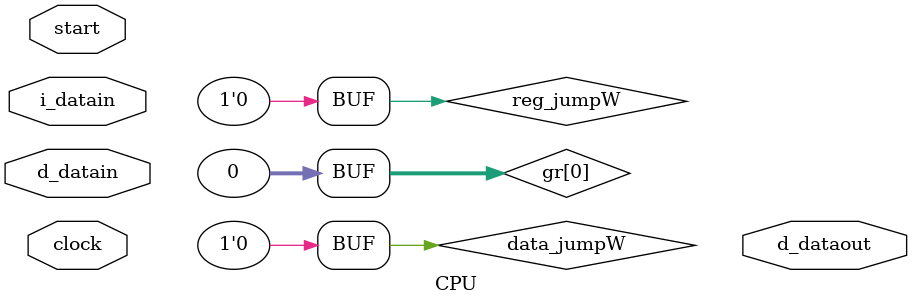
<source format=v>
`timescale 1ns / 1ps


module CPU(
    input wire clock,
    input wire start,
    input [31:0] i_datain,
    input wire [31:0] d_datain,
    output wire [31:0] d_dataout
    );

    reg [31:0]gr[31:0];//[31:0]for 32bit MIPS processor
    reg [15:0]pc = 32'h00000000;

    reg [31:0]instrD;
    reg [31:0]instrE;
    reg [31:0]instrM;
    reg [31:0]instrW;

    reg [31:0]reg_A = 0;
    reg [31:0]reg_B = 0;
    reg [31:0]reg_C = 0;
    reg [31:0]reg_C1 = 0;

    reg [31:0]pcBranch = 0;

    reg [5:0]opcode = 0;
    reg [5:0]func = 0;

    reg [2:0] reg_zonE = 0;
    reg [2:0] reg_zonM = 0;

    reg regWriteD = 0;
    reg regWriteE = 0;
    reg regWriteM = 0;
    reg regWriteW = 0;

    reg regDstD = 0;
    reg regDstE = 0;
    reg regDstM = 0;
    reg regDstW = 0;

    reg [3:0]alu_ctrD;
    reg [3:0]alu_ctrE;

    reg alu_srcD = 0;
    reg alu_srcE = 0;

    reg overflow_signD= 0;
    reg overflow_signE= 0;

    reg reg_jumpD= 0;
    reg reg_jumpE= 0;
    reg reg_jumpM= 0;
    reg reg_jumpW= 0;

    reg data_jumpD= 0;
    reg data_jumpE= 0;
    reg data_jumpM= 0;
    reg data_jumpW= 0;

    reg memToRegD= 0;
    reg memToRegE= 0;
    reg memToRegM= 0;
    reg memToRegW= 0; 

    reg memWriteD= 0;
    reg memWriteE= 0;
    reg memWriteM= 0;

    reg pcSrcM= 0;

    reg branchD= 0;
    reg branchE= 0;
    reg branchM= 0;
    
//add,addi,lw,sw,addu,addiu
parameter alu_add = 4'b0000;
//sub,subu,beq,bne
parameter alu_sub = 4'b0001;
//and,andi
parameter alu_and = 4'b0010;
//nor
parameter alu_nor = 4'b0011;
//or,ori
parameter alu_or = 4'b0100;
//xor
parameter alu_xor = 4'b0101;
//sll,sllv
parameter alu_sll = 4'b0110;
//srl,srlv
parameter alu_srl = 4'b0111;
//sra,srav
parameter alu_sra = 4'b1000;
//slt
parameter alu_slt = 4'b1001;
//j
parameter alu_j = 4'b1010;
//jr
parameter alu_jr = 4'b1011;
//jal
parameter alu_jal = 4'b1100;

always @(start)
    begin
        gr[0] = 32'h0000_0000;
    end

always @(posedge clock)
begin
if ((reg_jumpM==0)&&(pcSrcM==0)&&(data_jumpM==0)&&(i_datain!=0))
begin
pc <= pc + 32'h00000004;
end
else if (data_jumpM == 1)
begin
pc <= instrM[25:0];
end
else if (reg_jumpM == 1)
begin
pc <=gr[instrM[25:21]];
end
else if (pcSrcM == 1)
begin
pcBranch <= instrM[15:0];
pcBranch <= pcBranch << 2;
pcBranch <= {{16{pcBranch[15]}},pcBranch[15:0]};
pc <= pc + pcBranch;
end
end
//decode part
always @(posedge clock)
begin
instrD <= i_datain;
opcode <= instrD[31:26];
func <= instrD[5:0];
//control unit
if (opcode == 6'b000000)
begin
case(func)
//add
6'b100000:
begin
alu_srcD <= 0;
alu_ctrD <= 4'b0000;
overflow_signD <= 1;
branchD <= 0;
memToRegD <= 0;
memWriteD <= 0;
regDstD <= 1;
regWriteD <= 1;
end
//addu
6'b100001:
begin
alu_srcD <= 0;
alu_ctrD <= 4'b0000;
overflow_signD <= 0;
branchD <= 0;
memToRegD <= 0;
memWriteD <= 0;
regDstD <= 1;
regWriteD <= 1;
end
//sub
6'b100010:
begin
alu_srcD <= 0;
alu_ctrD <= 4'b0001;
overflow_signD <= 1;
branchD <= 0;
memToRegD <= 0;
memWriteD <= 0;
regDstD <= 1;
regWriteD <= 1;
end
//subu
6'b100011:
begin
alu_srcD <= 0;
alu_ctrD <= 4'b0001;
overflow_signD <= 0;
branchD <= 0;
memToRegD <= 0;
memWriteD <= 0;
regDstD <= 1;
regWriteD <= 1;
end
//and
6'b100100:
begin
alu_srcD <= 0;
alu_ctrD <= 4'b0010;
branchD <= 0;
memToRegD <= 0;
memWriteD <= 0;
regDstD <= 1;
regWriteD <= 1;
end
//nor
6'b100111:
begin
alu_srcD <= 0;
alu_ctrD <= 4'b0011;
branchD <= 0;
memToRegD <= 0;
memWriteD <= 0;
regDstD <= 1;
regWriteD <= 1;
end
//or
6'b100101:
begin
alu_srcD <= 0;
alu_ctrD <= 4'b0100;
branchD <= 0;
memToRegD <= 0;
memWriteD <= 0;
regDstD <= 1;
regWriteD <= 1;
end
//xor
6'b100110:
begin
alu_srcD <= 0;
alu_ctrD <= 4'b0101;
branchD <= 0;
memToRegD <= 0;
memWriteD <= 0;
regDstD <= 1;
regWriteD <= 1;
end
//slt
6'b101010:
begin
alu_srcD <= 0;
alu_ctrD <= 4'b1001;
branchD <= 0;
memToRegD <= 0;
memWriteD <= 0;
regDstD <= 1;
regWriteD <= 1;
end
//sll
6'b000000:
begin
alu_srcD <= 1;
alu_ctrD <= 4'b0110;
branchD <= 0;
memToRegD <= 0;
memWriteD <= 0;
regDstD <= 1;
regWriteD <= 1;
end
//sllv
6'b000100:
begin
alu_srcD <= 0;
alu_ctrD <= 4'b0110;
branchD <= 0;
memToRegD <= 0;
memWriteD <= 0;
regDstD <= 1;
regWriteD <= 1;
end
//srl
6'b000010:
begin
alu_srcD <= 1;
alu_ctrD <= 4'b0111;
branchD <= 0;
memToRegD <= 0;
memWriteD <= 0;
regDstD <= 1;
regWriteD <= 1;
end
//srlv
6'b000110:
begin
alu_srcD <= 0;
alu_ctrD <= 4'b0111;
branchD <= 0;
memToRegD <= 0;
memWriteD <= 0;
regDstD <= 1;
regWriteD <= 1;
end
//sra
6'b000011:
begin
alu_srcD <= 1;
alu_ctrD <= 4'b1000;
branchD <= 0;
memToRegD <= 0;
memWriteD <= 0;
regDstD <= 1;
regWriteD <= 1;
end
//srav
6'b000111:
begin
alu_srcD <= 0;
alu_ctrD <= 4'b1000;
branchD <= 0;
memToRegD <= 0;
memWriteD <= 0;
regDstD <= 1;
regWriteD <= 1;
end
//jr
6'b001000:
begin
alu_srcD <= 0;
alu_ctrD <= 4'b1011;
branchD <= 0;
memToRegD <= 0;
memWriteD <= 0;
regDstD <= 1;
regWriteD <= 0;
reg_jumpD <= 1;
end
endcase
end
else
begin
case(opcode)
//addi
6'b001000:
begin
alu_srcD <= 1;
alu_ctrD <= 4'b0000;
overflow_signD <= 1;
branchD <= 0;
memToRegD <= 0;
memWriteD <= 0;
regDstD <= 0;
regWriteD <= 1;
end
//addiu
6'b001001:
begin
alu_srcD <= 1;
alu_ctrD <= 4'b0000;
overflow_signD <= 0;
branchD <= 0;
memToRegD <= 0;
memWriteD <= 0;
regDstD <= 0;
regWriteD <= 1;
end
//andi
6'b001100:
begin
alu_srcD <= 1;
alu_ctrD <= 4'b0010;
branchD <= 0;
memToRegD <= 0;
memWriteD <= 0;
regDstD <= 0;
regWriteD <= 1;
end
//ori
6'b001101:
begin
alu_srcD <= 1;
alu_ctrD <= 4'b0100;
branchD <= 0;
memToRegD <= 0;
memWriteD <= 0;
regDstD <= 0;
regWriteD <= 1;
end
//beq
6'b000100:
begin
alu_srcD <= 0;
alu_ctrD <= 4'b0001;
branchD <= 1;
memToRegD <= 0;
memWriteD <= 0;
regDstD <= 0;
regWriteD <= 0;
end
//bne
6'b000101:
begin
alu_srcD <= 0;
alu_ctrD <= 4'b0001;
branchD <= 1;
memToRegD <= 0;
memWriteD <= 0;
regDstD <= 0;
regWriteD <= 0;
end
//lw
6'b100011:
begin
alu_srcD <= 1;
alu_ctrD <= 4'b0000;
branchD <= 0;
memToRegD <= 1;
memWriteD <= 0;
regDstD <= 0;
regWriteD <= 1;
end
//sw
6'b101011:
begin
alu_srcD <= 1;
alu_ctrD <= 4'b0000;
branchD <= 0;
memToRegD <= 0;
memWriteD <= 0;
regDstD <= 0;
regWriteD <= 0;
end
//j
6'b000010:
begin
alu_srcD <= 0;
alu_ctrD <= 4'b1010;
branchD <= 0;
memToRegD <= 0;
memWriteD <= 0;
regDstD <= 0;
regWriteD <= 0;
data_jumpD <= 1;
end
//jal
6'b000011:
begin
alu_srcD <= 0;
alu_ctrD <= 4'b1100;
branchD <= 0;
memToRegD <= 0;
memWriteD <= 0;
regDstD <= 0;
regWriteD <= 0;
data_jumpD <= 1;
gr[31] <= pc;
end
endcase
end
instrE <= instrD;
regWriteE <= regWriteD;
memToRegE <= memToRegD;
memWriteE <= memWriteD;
branchE <= branchD;
alu_ctrE <= alu_ctrD;
alu_srcE <= alu_srcD;
regDstE <= regDstD;
reg_jumpE <= reg_jumpD;
data_jumpE <= data_jumpD;
overflow_signE <= overflow_signD;
end
//execute
always @(posedge clock)
begin
//alu part
case(alu_ctrE)
alu_add:
begin
    reg_A = gr[instrE[25:21]];
    if  (alu_srcE == 1)
    begin
    reg_B = {{16{instrE[15]}},instrE[15:0]};  //sign extenstion
    end
    else
    begin
    reg_B = gr[instrE[20:16]];
    end
    reg_C = reg_A + reg_B;
    //overflow flag
    if ((overflow_signE==1)&&(reg_A[31]^reg_B[31] == 0) && (reg_A[31]!= reg_C[31] ))
    begin
    //negative flag
    if (reg_C[31]==1'b1)
    begin
        reg_zonE[0] = 1'b1;
    end
    reg_zonE[1] = 1'b1;
    end
    else
    begin
        reg_zonE[1] = 1'b0;
    end
    //zero flag
    if (reg_C==0)
    begin
        reg_zonE[2] = 1'b1;
    end
end

alu_sub:
begin
    reg_A = gr[instrE[25:21]];
    reg_B = gr[instrE[20:16]];
    reg_C = reg_A - reg_B;
    if ((overflow_signE == 1)&& (reg_A[31]^reg_B[31] == 1) && (reg_B[31] == reg_C[31]))
    begin
    reg_zonE[1] = 1'b1;
    end
    else
    begin
    reg_zonE[1] = 1'b0;
    end
    //zero flag
    if (reg_C == 0) 
    begin
    reg_zonE[2] = 1'b1;
    end
    // negative flag 
    if(reg_C[31] == 1'b1)
    begin
        reg_zonE[0] = 1'b1;
    end
end

alu_and:
begin
    reg_A = gr[instrE[25:21]];
    if (alu_srcE == 1)
    begin
    reg_B = {{16{1'b0}},instrE[15:0]};  //zero extenstion
    end
    else
    begin
    reg_B = gr[instrE[20:16]];
    end
    reg_C = reg_A & reg_B;
    //zero flag
    if (reg_C == 0)
    begin
    reg_zonE[2] = 1'b1;
    end
    //negative flag
    if (reg_C[31]==1'b1)
    begin
        reg_zonE[0] = 1'b1;
    end
end

alu_nor:
begin
    reg_A = gr[instrE[25:21]];
    reg_B = gr[instrE[20:16]];
    reg_C = ~(reg_A | reg_B);
    //zero flag
    if (reg_C == 0) 
    begin
        reg_zonE[2] = 1'b1;
    end
    //negative flag
    if (reg_C[31]==1'b1)
    begin
        reg_zonE[0] = 1'b1;
    end
end

alu_or:
begin
    reg_A = gr[instrE[25:21]];
    if (alu_srcE == 1)
    begin
    reg_B = {{16{1'b0}},instrE[15:0]};  //zero extenstion
    end
    else
    begin
    reg_B = gr[instrE[20:16]];
    end
    reg_C = reg_A | reg_B;
    //zero flag
    if (reg_C == 0) 
    begin
        reg_zonE[2] = 1'b1;
    end
    //negative flag
    if (reg_C[31]==1'b1)
    begin
        reg_zonE[0] = 1'b1;
    end
end

alu_xor:
begin
    reg_A = gr[instrE[25:21]];
    if (alu_srcE == 1)
    begin
    reg_B = {{16{1'b0}},instrE[15:0]};  //zero extenstion
    end
    else
    begin
    reg_B = gr[instrE[20:16]];
    end
    reg_C = (reg_A ^ reg_B);
    //zero flag
    if (reg_C == 0) 
    begin
        reg_zonE[2] = 1'b1;
    end
    //negative flag
    if (reg_C[31]==1'b1)
    begin
        reg_zonE[0] = 1'b1;
    end
end

alu_slt:
begin
    reg_A = gr[instrE[25:21]];
    if (alu_srcE == 1)
    begin
    reg_B = {{16{instrE[15]}},instrE[15:0]};  //sign extenstion
    end
    else
    begin
    reg_B = gr[instrE[20:16]];
    end
    if (reg_A <reg_B) 
    begin
        reg_C = 1'b1;
    end
    else
    begin
    reg_C = 1'b0;
    end    
    //zero flag
    if (reg_C == 0) 
    begin
        reg_zonE[2] = 1'b1;
    end
end

alu_sll:
begin
    reg_A = gr[instrE[20:16]];
    if (alu_srcE == 1) 
    begin
    reg_B = instrE[10:6];
    end 
    else 
    begin
    reg_B = gr[instrE[25:21]];
    end
    reg_C = reg_A << reg_B;
     //zero flag
    if (reg_C == 0) 
    begin
    reg_zonE[2] = 1'b1;
    end
    //negative flag
    if (reg_C[31]==1'b1)
    begin
        reg_zonE[0] = 1'b1;
    end
end

alu_srl:
begin
    reg_A = gr[instrE[20:16]];
    if (alu_srcE == 1) 
    begin
    reg_B = instrE[10:6];
    end 
    else 
    begin
    reg_B = gr[instrE[25:21]];
    end
    reg_C = reg_A >> reg_B;
     //zero flag
    if (reg_C == 0) 
    begin
    reg_zonE[2] = 1'b1;
    end
    //negative flag
    if (reg_C[31]==1'b1)
    begin
        reg_zonE[0] = 1'b1;
    end
end

alu_sra:
begin
    reg_A = gr[instrE[20:16]];
    if (alu_srcE == 1) 
    begin
    reg_B = instrE[10:6];
    end 
    else 
    begin
    reg_B = gr[instrE[25:21]];
    end
    reg_C = reg_A >>> reg_B;
     //zero flag
    if (reg_C == 0) 
    begin
    reg_zonE[2] = 1'b1;
    end
    //negative flag
    if (reg_C[31]==1'b1)
    begin
        reg_zonE[0] = 1'b1;
    end
end

alu_j:
begin
    reg_C = 0;
end

alu_jr:
begin
    reg_C = 0;
end

alu_jal:
begin
    reg_C = 0;
end
endcase
regWriteM <= regWriteE;
memToRegM <= memToRegE;
memWriteM <= memWriteE;
branchM <= branchE;
reg_zonM <= reg_zonE;
regDstM <= regDstE;
instrM <= instrE;
reg_jumpM <= reg_jumpE;
data_jumpM <= data_jumpE;
end

always @(posedge clock)
begin

if ((branchM==1)&&(reg_zonM[2]==1'b1))
begin
pcSrcM = 1;
end
else
begin
pcSrcM = 0;
end
if (memToRegM==1)
begin
reg_C1 = d_datain[31:0];
end
else
begin
reg_C1 = reg_C;
end
regWriteW <= regWriteM;
memToRegW <= memToRegM;
regDstW <= regDstM;
end  
always @(posedge clock)
begin

instrW <= instrM;
if ((regWriteW==1)&&(regDstW==1))
begin
gr[instrW[15:11]] = reg_C1;
end
else if ((regWriteW==1)&&(regDstW==0))
begin
gr[instrW[20:16]] = reg_C1;
end
if ((regWriteW==1)&&(memToRegW==1))
begin
gr[instrW[20:16]] = d_datain;
end
end
endmodule
</source>
